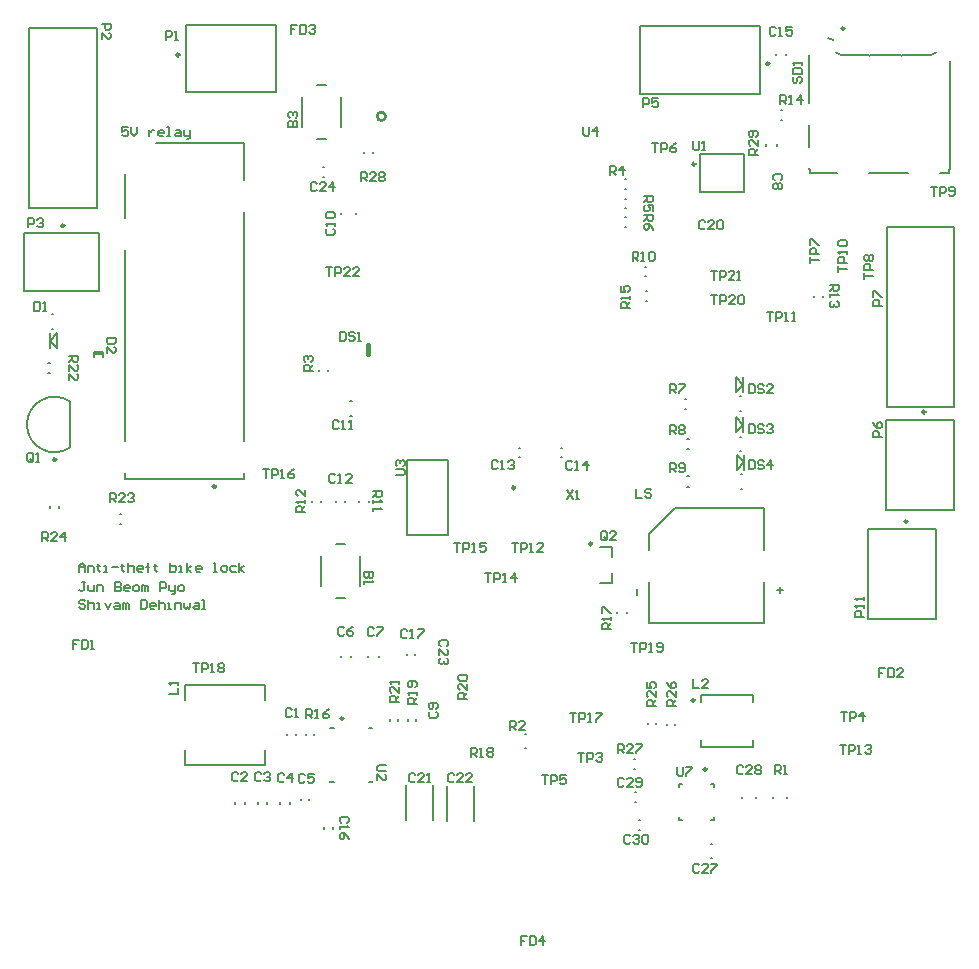
<source format=gto>
G04*
G04 #@! TF.GenerationSoftware,Altium Limited,Altium Designer,21.1.1 (26)*
G04*
G04 Layer_Color=65535*
%FSLAX25Y25*%
%MOIN*%
G70*
G04*
G04 #@! TF.SameCoordinates,F0776300-378F-46C5-BA81-3E012C389C30*
G04*
G04*
G04 #@! TF.FilePolarity,Positive*
G04*
G01*
G75*
%ADD10C,0.00984*%
%ADD11C,0.01000*%
%ADD12C,0.00787*%
%ADD13C,0.00500*%
%ADD14C,0.01575*%
%ADD15C,0.00600*%
%ADD16C,0.00800*%
D10*
X191341Y-174790D02*
G03*
X191341Y-174790I-492J0D01*
G01*
X275438Y-2960D02*
G03*
X275438Y-2960I-492J0D01*
G01*
X302468Y-130858D02*
G03*
X302468Y-130858I-500J0D01*
G01*
X225787Y-48228D02*
G03*
X225787Y-48228I-492J0D01*
G01*
X165675Y-156106D02*
G03*
X165675Y-156106I-492J0D01*
G01*
X108515Y-233025D02*
G03*
X108515Y-233025I-492J0D01*
G01*
X296500Y-167333D02*
G03*
X296500Y-167333I-500J0D01*
G01*
X53799Y-11811D02*
G03*
X53799Y-11811I-500J0D01*
G01*
X250467Y-14750D02*
G03*
X250467Y-14750I-500J0D01*
G01*
X225492Y-226969D02*
G03*
X225492Y-226969I-492J0D01*
G01*
X65925Y-155709D02*
G03*
X65925Y-155709I-492J0D01*
G01*
X15453Y-68760D02*
G03*
X15453Y-68760I-492J0D01*
G01*
X12697Y-146653D02*
G03*
X12697Y-146653I-492J0D01*
G01*
X229535Y-249976D02*
G03*
X229535Y-249976I-492J0D01*
G01*
D11*
X122534Y-32323D02*
G03*
X122534Y-32323I-1409J0D01*
G01*
D12*
X283508Y-11818D02*
G03*
X283902Y-12212I394J0D01*
G01*
X294531D02*
G03*
X294925Y-11818I0J394D01*
G01*
X271697Y-6849D02*
G03*
X270340Y-6307I-1357J-1426D01*
G01*
X294138Y-11818D02*
G03*
X294531Y-12212I394J0D01*
G01*
X283902D02*
G03*
X284295Y-11818I0J394D01*
G01*
X272664Y-10979D02*
G03*
X274277Y-11818I1612J1129D01*
G01*
X304434D02*
G03*
X306006Y-11035I0J1969D01*
G01*
X17461Y-127426D02*
G03*
X17462Y-142652I-5257J-7614D01*
G01*
X34055Y-164764D02*
X34449D01*
X34055Y-168307D02*
X34449D01*
X10140Y-114370D02*
X10533D01*
X10140Y-117913D02*
X10533D01*
X13780Y-162695D02*
Y-162301D01*
X10630Y-162695D02*
Y-162301D01*
X249428Y-42067D02*
Y-41673D01*
X252972Y-42067D02*
Y-41673D01*
X118375Y-44469D02*
Y-44075D01*
X115225Y-44469D02*
Y-44075D01*
X199825Y-197863D02*
Y-197469D01*
X202975Y-197863D02*
Y-197469D01*
X197936Y-187782D02*
Y-184632D01*
X193999Y-187782D02*
X197936D01*
Y-179121D02*
Y-175971D01*
X193999D02*
X197936D01*
X11216Y-98327D02*
X11618D01*
X11216Y-103248D02*
X11618D01*
X10524Y-109646D02*
Y-104646D01*
Y-107146D02*
X13024Y-109646D01*
X10524Y-107146D02*
X13024Y-104646D01*
Y-109646D02*
Y-104646D01*
X284295Y-11818D02*
X294138D01*
X307171Y-51189D02*
X308233D01*
X264119D02*
Y-49929D01*
X263647D02*
X264119D01*
Y-51189D02*
X264848D01*
X283666D02*
X296540D01*
X310222D02*
Y-49929D01*
X310694D02*
Y-13787D01*
X308233Y-51189D02*
X310222D01*
X264848D02*
X273037D01*
X263647Y-49929D02*
Y-49614D01*
X294925Y-11818D02*
X304434D01*
X310222Y-49929D02*
X310694D01*
X274277Y-11818D02*
X283508D01*
X263647Y-42527D02*
Y-35047D01*
X263670Y-27960D02*
Y-12015D01*
X269887Y-6307D02*
X270340D01*
X101119Y-160962D02*
Y-160568D01*
X97970Y-160962D02*
Y-160568D01*
X168948Y-242966D02*
X169342D01*
X168948Y-238241D02*
X169342D01*
X95928Y-238503D02*
Y-238109D01*
X98684Y-238503D02*
Y-238109D01*
X92570Y-238438D02*
Y-238044D01*
X89814Y-238438D02*
Y-238044D01*
X55701Y-221914D02*
X82174D01*
Y-248386D02*
Y-243376D01*
Y-226924D02*
Y-221914D01*
X55701Y-248386D02*
X82174D01*
X55701D02*
Y-243376D01*
Y-226924D02*
Y-221914D01*
X223125Y-143291D02*
X223519D01*
X223125Y-139748D02*
X223519D01*
X289449Y-163425D02*
X311968D01*
Y-133425D01*
X289449D02*
X311968D01*
X289449Y-163425D02*
Y-133425D01*
X289587Y-129095D02*
Y-69095D01*
X312106D01*
X289587Y-129095D02*
X312106D01*
Y-69095D01*
X227461Y-57382D02*
Y-44980D01*
Y-57382D02*
X241831D01*
Y-44980D01*
X227461D02*
X241831D01*
X181034Y-142720D02*
X181428D01*
X181034Y-145870D02*
X181428D01*
X166876Y-145870D02*
X167270D01*
X166876Y-142720D02*
X167270D01*
X113718Y-160962D02*
Y-160568D01*
X116867Y-160962D02*
Y-160568D01*
X108993Y-160962D02*
Y-160568D01*
X105844Y-160962D02*
Y-160568D01*
X110770Y-132031D02*
X111164D01*
X110770Y-127110D02*
X111164D01*
X116770Y-212578D02*
Y-212185D01*
X120313Y-212578D02*
Y-212185D01*
X132442Y-211791D02*
Y-211397D01*
X129686Y-211791D02*
Y-211397D01*
X151854Y-267062D02*
Y-255621D01*
X142971Y-267062D02*
Y-255621D01*
X129972Y-233714D02*
Y-233320D01*
X132727Y-233714D02*
Y-233320D01*
X138362Y-266795D02*
Y-255353D01*
X129480Y-266795D02*
Y-255353D01*
X124066Y-233714D02*
Y-233320D01*
X126822Y-233714D02*
Y-233320D01*
X107592Y-212578D02*
Y-212185D01*
X111135Y-212578D02*
Y-212185D01*
X105012Y-269697D02*
Y-269303D01*
X101863Y-269697D02*
Y-269303D01*
X94259Y-260191D02*
Y-259797D01*
X97015Y-260191D02*
Y-259797D01*
X87371Y-261372D02*
Y-260978D01*
X90520Y-261372D02*
Y-260978D01*
X79962Y-261372D02*
Y-260978D01*
X83112Y-261372D02*
Y-260978D01*
X72410Y-261372D02*
Y-260978D01*
X75560Y-261372D02*
Y-260978D01*
X103987Y-236292D02*
Y-236076D01*
Y-254186D02*
Y-253970D01*
X116861Y-254186D02*
X118160D01*
X103987D02*
X105286D01*
X118160Y-236292D02*
Y-236076D01*
Y-254186D02*
Y-253970D01*
X116861Y-236076D02*
X118160D01*
X103987D02*
X105286D01*
X283480Y-199900D02*
Y-169900D01*
X306000D01*
Y-199900D02*
Y-169900D01*
X283480Y-199900D02*
X306000D01*
X202376Y-59842D02*
X202770D01*
X202376Y-62992D02*
X202770D01*
X202376Y-56421D02*
X202770D01*
X202376Y-53272D02*
X202770D01*
X85866Y-24331D02*
Y-1811D01*
X55866D02*
X85866D01*
X55866Y-24331D02*
Y-1811D01*
Y-24331D02*
X85866D01*
X207400Y-2230D02*
X247400D01*
Y-24750D02*
Y-2230D01*
X207400Y-24750D02*
X247400D01*
X207400D02*
Y-2230D01*
X254303Y-33375D02*
X254697D01*
X254303Y-30225D02*
X254697D01*
X256262Y-259557D02*
Y-259163D01*
X251538Y-259557D02*
Y-259163D01*
X246161Y-259646D02*
Y-259252D01*
X241240Y-259646D02*
Y-259252D01*
X244882Y-242520D02*
Y-240158D01*
X227559Y-242520D02*
Y-240158D01*
X244882Y-227559D02*
Y-225197D01*
X227559Y-227559D02*
Y-225197D01*
Y-242520D02*
X244882D01*
X227559Y-225197D02*
X244882D01*
X209855Y-234958D02*
Y-234564D01*
X212611Y-234958D02*
Y-234564D01*
X219042Y-235236D02*
Y-234842D01*
X216287Y-235236D02*
Y-234842D01*
X101553Y-49325D02*
X101947D01*
X101553Y-52475D02*
X101947D01*
X222383Y-129905D02*
X222776D01*
X222383Y-126362D02*
X222776D01*
X240686Y-130595D02*
X241087D01*
X240686Y-125673D02*
X241087D01*
X241780Y-124276D02*
Y-119276D01*
X239280D02*
X241780Y-121776D01*
X239280Y-124276D02*
X241780Y-121776D01*
X239280Y-124276D02*
Y-119276D01*
X240686Y-143980D02*
X241087D01*
X240686Y-139059D02*
X241087D01*
X241780Y-137661D02*
Y-132661D01*
X239280D02*
X241780Y-135161D01*
X239280Y-137661D02*
X241780Y-135161D01*
X239280Y-137661D02*
Y-132661D01*
X240999Y-156386D02*
X241401D01*
X240999Y-151465D02*
X241401D01*
X242094Y-150067D02*
Y-145067D01*
X239594D02*
X242094Y-147567D01*
X239594Y-150067D02*
X242094Y-147567D01*
X239594Y-150067D02*
Y-145067D01*
X223125Y-152154D02*
X223519D01*
X223125Y-155697D02*
X223519D01*
X35630Y-153347D02*
Y-151279D01*
Y-140453D02*
Y-76870D01*
Y-66043D02*
Y-51673D01*
X46043Y-41142D02*
X75394D01*
Y-153347D02*
Y-151279D01*
Y-140453D02*
Y-64272D01*
Y-53445D02*
Y-41142D01*
X35630Y-153347D02*
X75394D01*
X103475Y-117097D02*
Y-116703D01*
X100325Y-117097D02*
Y-116703D01*
X255975Y-11797D02*
Y-11403D01*
X252825Y-11797D02*
Y-11403D01*
X202376Y-65983D02*
X202770D01*
X202376Y-69133D02*
X202770D01*
X268475Y-92597D02*
Y-92203D01*
X265325Y-92597D02*
Y-92203D01*
X208858Y-82520D02*
X209252D01*
X208858Y-85669D02*
X209252D01*
X209403Y-90625D02*
X209797D01*
X209403Y-93775D02*
X209797D01*
X26280Y-62874D02*
Y-2874D01*
X3760Y-62874D02*
X26280D01*
X3760Y-2874D02*
X26280D01*
X3760Y-62874D02*
Y-2874D01*
X2161Y-90531D02*
X27161D01*
X2161D02*
Y-71122D01*
X27161D01*
Y-90531D02*
Y-71122D01*
X28272Y-112543D02*
Y-110827D01*
X25272D02*
X28272D01*
X25272Y-111614D02*
X28272D01*
X25272Y-112543D02*
Y-110827D01*
X17461Y-142652D02*
Y-127427D01*
X205315Y-249803D02*
X205709D01*
X205315Y-246654D02*
X205709D01*
X230906Y-274705D02*
X231299D01*
X230906Y-279626D02*
X231299D01*
X231012Y-254921D02*
X231996D01*
Y-255906D02*
Y-254921D01*
X220185D02*
X221169D01*
X220185Y-255906D02*
Y-254921D01*
X231012Y-266732D02*
X231996D01*
Y-265748D01*
X220185Y-266732D02*
X221169D01*
X220185D02*
Y-265748D01*
X205709Y-260731D02*
X206102D01*
X205709Y-257582D02*
X206102D01*
X206890Y-270079D02*
X207283D01*
X206890Y-266929D02*
X207283D01*
X107776Y-64764D02*
Y-64370D01*
X112697Y-64764D02*
Y-64370D01*
D13*
X248594Y-176785D02*
Y-163005D01*
X219067D02*
X248594D01*
X210405Y-171667D02*
X219067Y-163005D01*
X210405Y-176785D02*
Y-171667D01*
Y-201195D02*
Y-187415D01*
Y-201195D02*
X248594D01*
Y-187376D01*
X22399Y-187602D02*
X21400D01*
X21900D01*
Y-190102D01*
X21400Y-190602D01*
X20900D01*
X20400Y-190102D01*
X23399Y-188602D02*
Y-190102D01*
X23899Y-190602D01*
X25398D01*
Y-188602D01*
X26398Y-190602D02*
Y-188602D01*
X27898D01*
X28397Y-189102D01*
Y-190602D01*
X32396Y-187602D02*
Y-190602D01*
X33896D01*
X34396Y-190102D01*
Y-189602D01*
X33896Y-189102D01*
X32396D01*
X33896D01*
X34396Y-188602D01*
Y-188102D01*
X33896Y-187602D01*
X32396D01*
X36895Y-190602D02*
X35895D01*
X35395Y-190102D01*
Y-189102D01*
X35895Y-188602D01*
X36895D01*
X37394Y-189102D01*
Y-189602D01*
X35395D01*
X38894Y-190602D02*
X39894D01*
X40393Y-190102D01*
Y-189102D01*
X39894Y-188602D01*
X38894D01*
X38394Y-189102D01*
Y-190102D01*
X38894Y-190602D01*
X41393D02*
Y-188602D01*
X41893D01*
X42393Y-189102D01*
Y-190602D01*
Y-189102D01*
X42893Y-188602D01*
X43393Y-189102D01*
Y-190602D01*
X47391D02*
Y-187602D01*
X48891D01*
X49391Y-188102D01*
Y-189102D01*
X48891Y-189602D01*
X47391D01*
X50390Y-188602D02*
Y-190102D01*
X50890Y-190602D01*
X52390D01*
Y-191101D01*
X51890Y-191601D01*
X51390D01*
X52390Y-190602D02*
Y-188602D01*
X53889Y-190602D02*
X54889D01*
X55389Y-190102D01*
Y-189102D01*
X54889Y-188602D01*
X53889D01*
X53389Y-189102D01*
Y-190102D01*
X53889Y-190602D01*
X22399Y-193901D02*
X21900Y-193401D01*
X20900D01*
X20400Y-193901D01*
Y-194401D01*
X20900Y-194901D01*
X21900D01*
X22399Y-195400D01*
Y-195900D01*
X21900Y-196400D01*
X20900D01*
X20400Y-195900D01*
X23399Y-193401D02*
Y-196400D01*
Y-194901D01*
X23899Y-194401D01*
X24899D01*
X25398Y-194901D01*
Y-196400D01*
X26398D02*
X27398D01*
X26898D01*
Y-194401D01*
X26398D01*
X28897D02*
X29897Y-196400D01*
X30897Y-194401D01*
X32396D02*
X33396D01*
X33896Y-194901D01*
Y-196400D01*
X32396D01*
X31896Y-195900D01*
X32396Y-195400D01*
X33896D01*
X34895Y-196400D02*
Y-194401D01*
X35395D01*
X35895Y-194901D01*
Y-196400D01*
Y-194901D01*
X36395Y-194401D01*
X36895Y-194901D01*
Y-196400D01*
X40893Y-193401D02*
Y-196400D01*
X42393D01*
X42893Y-195900D01*
Y-193901D01*
X42393Y-193401D01*
X40893D01*
X45392Y-196400D02*
X44392D01*
X43892Y-195900D01*
Y-194901D01*
X44392Y-194401D01*
X45392D01*
X45892Y-194901D01*
Y-195400D01*
X43892D01*
X46891Y-193401D02*
Y-196400D01*
Y-194901D01*
X47391Y-194401D01*
X48391D01*
X48891Y-194901D01*
Y-196400D01*
X49891D02*
X50890D01*
X50390D01*
Y-194401D01*
X49891D01*
X52390Y-196400D02*
Y-194401D01*
X53889D01*
X54389Y-194901D01*
Y-196400D01*
X55389Y-194401D02*
Y-195900D01*
X55888Y-196400D01*
X56388Y-195900D01*
X56888Y-196400D01*
X57388Y-195900D01*
Y-194401D01*
X58887D02*
X59887D01*
X60387Y-194901D01*
Y-196400D01*
X58887D01*
X58388Y-195900D01*
X58887Y-195400D01*
X60387D01*
X61387Y-196400D02*
X62386D01*
X61887D01*
Y-193401D01*
X61387D01*
X253834Y-189187D02*
Y-191186D01*
X254834Y-190186D02*
X252835D01*
X206196Y-189974D02*
Y-191973D01*
X20288Y-184100D02*
Y-182101D01*
X21287Y-181101D01*
X22287Y-182101D01*
Y-184100D01*
Y-182600D01*
X20288D01*
X23287Y-184100D02*
Y-182101D01*
X24786D01*
X25286Y-182600D01*
Y-184100D01*
X26786Y-181601D02*
Y-182101D01*
X26286D01*
X27286D01*
X26786D01*
Y-183600D01*
X27286Y-184100D01*
X28785D02*
X29785D01*
X29285D01*
Y-182101D01*
X28785D01*
X31284Y-182600D02*
X33283D01*
X34783Y-181601D02*
Y-182101D01*
X34283D01*
X35283D01*
X34783D01*
Y-183600D01*
X35283Y-184100D01*
X36782Y-181101D02*
Y-184100D01*
Y-182600D01*
X37282Y-182101D01*
X38282D01*
X38782Y-182600D01*
Y-184100D01*
X41281D02*
X40281D01*
X39781Y-183600D01*
Y-182600D01*
X40281Y-182101D01*
X41281D01*
X41781Y-182600D01*
Y-183100D01*
X39781D01*
X43280Y-184100D02*
Y-181601D01*
Y-182600D01*
X42780D01*
X43780D01*
X43280D01*
Y-181601D01*
X43780Y-181101D01*
X45779Y-181601D02*
Y-182101D01*
X45280D01*
X46279D01*
X45779D01*
Y-183600D01*
X46279Y-184100D01*
X50778Y-181101D02*
Y-184100D01*
X52277D01*
X52777Y-183600D01*
Y-183100D01*
Y-182600D01*
X52277Y-182101D01*
X50778D01*
X53777Y-184100D02*
X54777D01*
X54277D01*
Y-182101D01*
X53777D01*
X56276Y-184100D02*
Y-181101D01*
Y-183100D02*
X57776Y-182101D01*
X56276Y-183100D02*
X57776Y-184100D01*
X60775D02*
X59775D01*
X59275Y-183600D01*
Y-182600D01*
X59775Y-182101D01*
X60775D01*
X61274Y-182600D01*
Y-183100D01*
X59275D01*
X65273Y-184100D02*
X66273D01*
X65773D01*
Y-181101D01*
X65273D01*
X68272Y-184100D02*
X69272D01*
X69772Y-183600D01*
Y-182600D01*
X69272Y-182101D01*
X68272D01*
X67772Y-182600D01*
Y-183600D01*
X68272Y-184100D01*
X72771Y-182101D02*
X71271D01*
X70771Y-182600D01*
Y-183600D01*
X71271Y-184100D01*
X72771D01*
X73770D02*
Y-181101D01*
Y-183100D02*
X75270Y-182101D01*
X73770Y-183100D02*
X75270Y-184100D01*
X95759Y-164317D02*
X92760D01*
Y-162817D01*
X93260Y-162318D01*
X94259D01*
X94759Y-162817D01*
Y-164317D01*
Y-163317D02*
X95759Y-162318D01*
Y-161318D02*
Y-160318D01*
Y-160818D01*
X92760D01*
X93260Y-161318D01*
X95759Y-156819D02*
Y-158819D01*
X93760Y-156819D01*
X93260D01*
X92760Y-157319D01*
Y-158319D01*
X93260Y-158819D01*
X282100Y-199049D02*
X279100D01*
Y-197549D01*
X279600Y-197050D01*
X280600D01*
X281100Y-197549D01*
Y-199049D01*
X282100Y-196050D02*
Y-195050D01*
Y-195550D01*
X279100D01*
X279600Y-196050D01*
X282100Y-193551D02*
Y-192551D01*
Y-193051D01*
X279100D01*
X279600Y-193551D01*
X246520Y-45099D02*
X243521D01*
Y-43599D01*
X244021Y-43099D01*
X245021D01*
X245520Y-43599D01*
Y-45099D01*
Y-44099D02*
X246520Y-43099D01*
Y-40100D02*
Y-42100D01*
X244521Y-40100D01*
X244021D01*
X243521Y-40600D01*
Y-41600D01*
X244021Y-42100D01*
X246020Y-39101D02*
X246520Y-38601D01*
Y-37601D01*
X246020Y-37101D01*
X244021D01*
X243521Y-37601D01*
Y-38601D01*
X244021Y-39101D01*
X244521D01*
X245021Y-38601D01*
Y-37101D01*
X114289Y-53974D02*
Y-50975D01*
X115789D01*
X116289Y-51475D01*
Y-52475D01*
X115789Y-52975D01*
X114289D01*
X115289D02*
X116289Y-53974D01*
X119288D02*
X117288D01*
X119288Y-51975D01*
Y-51475D01*
X118788Y-50975D01*
X117788D01*
X117288Y-51475D01*
X120288D02*
X120787Y-50975D01*
X121787D01*
X122287Y-51475D01*
Y-51975D01*
X121787Y-52475D01*
X122287Y-52975D01*
Y-53474D01*
X121787Y-53974D01*
X120787D01*
X120288Y-53474D01*
Y-52975D01*
X120787Y-52475D01*
X120288Y-51975D01*
Y-51475D01*
X120787Y-52475D02*
X121787D01*
X99601Y-54800D02*
X99101Y-54300D01*
X98101D01*
X97601Y-54800D01*
Y-56800D01*
X98101Y-57300D01*
X99101D01*
X99601Y-56800D01*
X102600Y-57300D02*
X100600D01*
X102600Y-55300D01*
Y-54800D01*
X102100Y-54300D01*
X101100D01*
X100600Y-54800D01*
X105099Y-57300D02*
Y-54300D01*
X103599Y-55800D01*
X105599D01*
X90101Y-35850D02*
X93099D01*
Y-34350D01*
X92600Y-33850D01*
X92100D01*
X91600Y-34350D01*
Y-35850D01*
Y-34350D01*
X91100Y-33850D01*
X90600D01*
X90101Y-34350D01*
Y-35850D01*
X90600Y-32851D02*
X90101Y-32351D01*
Y-31351D01*
X90600Y-30851D01*
X91100D01*
X91600Y-31351D01*
Y-31851D01*
Y-31351D01*
X92100Y-30851D01*
X92600D01*
X93099Y-31351D01*
Y-32351D01*
X92600Y-32851D01*
X197800Y-203349D02*
X194800D01*
Y-201849D01*
X195300Y-201349D01*
X196300D01*
X196800Y-201849D01*
Y-203349D01*
Y-202349D02*
X197800Y-201349D01*
Y-200350D02*
Y-199350D01*
Y-199850D01*
X194800D01*
X195300Y-200350D01*
X194800Y-197851D02*
Y-195851D01*
X195300D01*
X197300Y-197851D01*
X197800D01*
X196200Y-173100D02*
Y-171100D01*
X195700Y-170600D01*
X194701D01*
X194201Y-171100D01*
Y-173100D01*
X194701Y-173600D01*
X195700D01*
X195201Y-172600D02*
X196200Y-173600D01*
X195700D02*
X196200Y-173100D01*
X199199Y-173600D02*
X197200D01*
X199199Y-171600D01*
Y-171100D01*
X198699Y-170600D01*
X197700D01*
X197200Y-171100D01*
X217280Y-150880D02*
Y-147881D01*
X218779D01*
X219279Y-148381D01*
Y-149380D01*
X218779Y-149880D01*
X217280D01*
X218279D02*
X219279Y-150880D01*
X220279Y-150380D02*
X220778Y-150880D01*
X221778D01*
X222278Y-150380D01*
Y-148381D01*
X221778Y-147881D01*
X220778D01*
X220279Y-148381D01*
Y-148881D01*
X220778Y-149380D01*
X222278D01*
X217280Y-138200D02*
Y-135202D01*
X218779D01*
X219279Y-135701D01*
Y-136701D01*
X218779Y-137201D01*
X217280D01*
X218279D02*
X219279Y-138200D01*
X220279Y-135701D02*
X220778Y-135202D01*
X221778D01*
X222278Y-135701D01*
Y-136201D01*
X221778Y-136701D01*
X222278Y-137201D01*
Y-137701D01*
X221778Y-138200D01*
X220778D01*
X220279Y-137701D01*
Y-137201D01*
X220778Y-136701D01*
X220279Y-136201D01*
Y-135701D01*
X220778Y-136701D02*
X221778D01*
X208459Y-29199D02*
Y-26201D01*
X209958D01*
X210458Y-26700D01*
Y-27700D01*
X209958Y-28200D01*
X208459D01*
X213457Y-26201D02*
X211458D01*
Y-27700D01*
X212458Y-27200D01*
X212957D01*
X213457Y-27700D01*
Y-28700D01*
X212957Y-29199D01*
X211958D01*
X211458Y-28700D01*
X5481Y-94170D02*
Y-97169D01*
X6981D01*
X7480Y-96669D01*
Y-94670D01*
X6981Y-94170D01*
X5481D01*
X8480Y-97169D02*
X9480D01*
X8980D01*
Y-94170D01*
X8480Y-94670D01*
X3406Y-69334D02*
Y-66335D01*
X4906D01*
X5406Y-66835D01*
Y-67835D01*
X4906Y-68335D01*
X3406D01*
X6405Y-66835D02*
X6905Y-66335D01*
X7905D01*
X8405Y-66835D01*
Y-67335D01*
X7905Y-67835D01*
X7405D01*
X7905D01*
X8405Y-68335D01*
Y-68834D01*
X7905Y-69334D01*
X6905D01*
X6405Y-68834D01*
X243501Y-146926D02*
Y-149925D01*
X245001D01*
X245501Y-149425D01*
Y-147425D01*
X245001Y-146926D01*
X243501D01*
X248500Y-147425D02*
X248000Y-146926D01*
X247000D01*
X246500Y-147425D01*
Y-147925D01*
X247000Y-148425D01*
X248000D01*
X248500Y-148925D01*
Y-149425D01*
X248000Y-149925D01*
X247000D01*
X246500Y-149425D01*
X250999Y-149925D02*
Y-146926D01*
X249499Y-148425D01*
X251499D01*
X243501Y-134877D02*
Y-137876D01*
X245001D01*
X245501Y-137376D01*
Y-135377D01*
X245001Y-134877D01*
X243501D01*
X248500Y-135377D02*
X248000Y-134877D01*
X247000D01*
X246500Y-135377D01*
Y-135876D01*
X247000Y-136376D01*
X248000D01*
X248500Y-136876D01*
Y-137376D01*
X248000Y-137876D01*
X247000D01*
X246500Y-137376D01*
X249499Y-135377D02*
X249999Y-134877D01*
X250999D01*
X251499Y-135377D01*
Y-135876D01*
X250999Y-136376D01*
X250499D01*
X250999D01*
X251499Y-136876D01*
Y-137376D01*
X250999Y-137876D01*
X249999D01*
X249499Y-137376D01*
X243501Y-121615D02*
Y-124614D01*
X245001D01*
X245501Y-124114D01*
Y-122115D01*
X245001Y-121615D01*
X243501D01*
X248500Y-122115D02*
X248000Y-121615D01*
X247000D01*
X246500Y-122115D01*
Y-122614D01*
X247000Y-123114D01*
X248000D01*
X248500Y-123614D01*
Y-124114D01*
X248000Y-124614D01*
X247000D01*
X246500Y-124114D01*
X251499Y-124614D02*
X249499D01*
X251499Y-122614D01*
Y-122115D01*
X250999Y-121615D01*
X249999D01*
X249499Y-122115D01*
X32602Y-106162D02*
X29603D01*
Y-107662D01*
X30103Y-108162D01*
X32102D01*
X32602Y-107662D01*
Y-106162D01*
X29603Y-111161D02*
Y-109161D01*
X31602Y-111161D01*
X32102D01*
X32602Y-110661D01*
Y-109661D01*
X32102Y-109161D01*
X188483Y-35800D02*
Y-38300D01*
X188983Y-38800D01*
X189982D01*
X190482Y-38300D01*
Y-35800D01*
X192982Y-38800D02*
Y-35800D01*
X191482Y-37300D01*
X193481D01*
X5027Y-146866D02*
Y-144867D01*
X4527Y-144367D01*
X3528D01*
X3028Y-144867D01*
Y-146866D01*
X3528Y-147366D01*
X4527D01*
X4027Y-146366D02*
X5027Y-147366D01*
X4527D02*
X5027Y-146866D01*
X6027Y-147366D02*
X7026D01*
X6526D01*
Y-144367D01*
X6027Y-144867D01*
X49301Y-6700D02*
Y-3700D01*
X50800D01*
X51300Y-4200D01*
Y-5200D01*
X50800Y-5700D01*
X49301D01*
X52300Y-6700D02*
X53299D01*
X52799D01*
Y-3700D01*
X52300Y-4200D01*
X36796Y-35875D02*
X34797D01*
Y-37374D01*
X35797Y-36874D01*
X36296D01*
X36796Y-37374D01*
Y-38374D01*
X36296Y-38874D01*
X35297D01*
X34797Y-38374D01*
X37796Y-35875D02*
Y-37874D01*
X38796Y-38874D01*
X39795Y-37874D01*
Y-35875D01*
X43794Y-36874D02*
Y-38874D01*
Y-37874D01*
X44294Y-37374D01*
X44794Y-36874D01*
X45294D01*
X48293Y-38874D02*
X47293D01*
X46793Y-38374D01*
Y-37374D01*
X47293Y-36874D01*
X48293D01*
X48792Y-37374D01*
Y-37874D01*
X46793D01*
X49792Y-38874D02*
X50792D01*
X50292D01*
Y-35875D01*
X49792D01*
X52791Y-36874D02*
X53791D01*
X54291Y-37374D01*
Y-38874D01*
X52791D01*
X52291Y-38374D01*
X52791Y-37874D01*
X54291D01*
X55290Y-36874D02*
Y-38374D01*
X55790Y-38874D01*
X57290D01*
Y-39373D01*
X56790Y-39873D01*
X56290D01*
X57290Y-38874D02*
Y-36874D01*
X17004Y-112143D02*
X20004D01*
Y-113643D01*
X19504Y-114142D01*
X18504D01*
X18004Y-113643D01*
Y-112143D01*
Y-113143D02*
X17004Y-114142D01*
Y-117141D02*
Y-115142D01*
X19004Y-117141D01*
X19504D01*
X20004Y-116642D01*
Y-115642D01*
X19504Y-115142D01*
X17004Y-120140D02*
Y-118141D01*
X19004Y-120140D01*
X19504D01*
X20004Y-119641D01*
Y-118641D01*
X19504Y-118141D01*
X217201Y-124614D02*
Y-121615D01*
X218700D01*
X219200Y-122115D01*
Y-123114D01*
X218700Y-123614D01*
X217201D01*
X218200D02*
X219200Y-124614D01*
X220200Y-121615D02*
X222199D01*
Y-122115D01*
X220200Y-124114D01*
Y-124614D01*
X98264Y-117106D02*
X95265D01*
Y-115606D01*
X95765Y-115106D01*
X96765D01*
X97264Y-115606D01*
Y-117106D01*
Y-116106D02*
X98264Y-115106D01*
X95765Y-114107D02*
X95265Y-113607D01*
Y-112607D01*
X95765Y-112108D01*
X96265D01*
X96765Y-112607D01*
Y-113107D01*
Y-112607D01*
X97264Y-112108D01*
X97764D01*
X98264Y-112607D01*
Y-113607D01*
X97764Y-114107D01*
X8001Y-174000D02*
Y-171001D01*
X9501D01*
X10001Y-171500D01*
Y-172500D01*
X9501Y-173000D01*
X8001D01*
X9001D02*
X10001Y-174000D01*
X13000D02*
X11000D01*
X13000Y-172000D01*
Y-171500D01*
X12500Y-171001D01*
X11500D01*
X11000Y-171500D01*
X15499Y-174000D02*
Y-171001D01*
X13999Y-172500D01*
X15999D01*
X30501Y-160880D02*
Y-157881D01*
X32001D01*
X32501Y-158381D01*
Y-159380D01*
X32001Y-159880D01*
X30501D01*
X31501D02*
X32501Y-160880D01*
X35500D02*
X33500D01*
X35500Y-158880D01*
Y-158381D01*
X35000Y-157881D01*
X34000D01*
X33500Y-158381D01*
X36499D02*
X36999Y-157881D01*
X37999D01*
X38499Y-158381D01*
Y-158880D01*
X37999Y-159380D01*
X37499D01*
X37999D01*
X38499Y-159880D01*
Y-160380D01*
X37999Y-160880D01*
X36999D01*
X36499Y-160380D01*
X225101Y-40600D02*
Y-43100D01*
X225601Y-43600D01*
X226600D01*
X227100Y-43100D01*
Y-40600D01*
X228100Y-43600D02*
X229099D01*
X228600D01*
Y-40600D01*
X228100Y-41100D01*
X203876Y-96346D02*
X200877D01*
Y-94846D01*
X201377Y-94346D01*
X202376D01*
X202876Y-94846D01*
Y-96346D01*
Y-95346D02*
X203876Y-94346D01*
Y-93347D02*
Y-92347D01*
Y-92847D01*
X200877D01*
X201377Y-93347D01*
X200877Y-88848D02*
Y-90847D01*
X202376D01*
X201877Y-89848D01*
Y-89348D01*
X202376Y-88848D01*
X203376D01*
X203876Y-89348D01*
Y-90348D01*
X203376Y-90847D01*
X204831Y-80382D02*
Y-77383D01*
X206330D01*
X206830Y-77883D01*
Y-78882D01*
X206330Y-79382D01*
X204831D01*
X205830D02*
X206830Y-80382D01*
X207830D02*
X208829D01*
X208330D01*
Y-77383D01*
X207830Y-77883D01*
X210329D02*
X210829Y-77383D01*
X211828D01*
X212328Y-77883D01*
Y-79882D01*
X211828Y-80382D01*
X210829D01*
X210329Y-79882D01*
Y-77883D01*
X229001Y-67500D02*
X228501Y-67001D01*
X227501D01*
X227001Y-67500D01*
Y-69500D01*
X227501Y-69999D01*
X228501D01*
X229001Y-69500D01*
X232000Y-69999D02*
X230000D01*
X232000Y-68000D01*
Y-67500D01*
X231500Y-67001D01*
X230500D01*
X230000Y-67500D01*
X232999D02*
X233499Y-67001D01*
X234499D01*
X234999Y-67500D01*
Y-69500D01*
X234499Y-69999D01*
X233499D01*
X232999Y-69500D01*
Y-67500D01*
X254219Y-53634D02*
X254719Y-53134D01*
Y-52135D01*
X254219Y-51635D01*
X252220D01*
X251720Y-52135D01*
Y-53134D01*
X252220Y-53634D01*
X254219Y-54634D02*
X254719Y-55133D01*
Y-56133D01*
X254219Y-56633D01*
X253719D01*
X253220Y-56133D01*
X252720Y-56633D01*
X252220D01*
X251720Y-56133D01*
Y-55133D01*
X252220Y-54634D01*
X252720D01*
X253220Y-55133D01*
X253719Y-54634D01*
X254219D01*
X253220Y-55133D02*
Y-56133D01*
X211412Y-41300D02*
X213411D01*
X212412D01*
Y-44299D01*
X214411D02*
Y-41300D01*
X215911D01*
X216410Y-41800D01*
Y-42799D01*
X215911Y-43299D01*
X214411D01*
X219409Y-41300D02*
X218410Y-41800D01*
X217410Y-42799D01*
Y-43799D01*
X217910Y-44299D01*
X218910D01*
X219409Y-43799D01*
Y-43299D01*
X218910Y-42799D01*
X217410D01*
X254125Y-28299D02*
Y-25300D01*
X255625D01*
X256124Y-25800D01*
Y-26800D01*
X255625Y-27300D01*
X254125D01*
X255125D02*
X256124Y-28299D01*
X257124D02*
X258124D01*
X257624D01*
Y-25300D01*
X257124Y-25800D01*
X261123Y-28299D02*
Y-25300D01*
X259623Y-26800D01*
X261623D01*
X270601Y-88451D02*
X273600D01*
Y-89951D01*
X273100Y-90451D01*
X272100D01*
X271600Y-89951D01*
Y-88451D01*
Y-89451D02*
X270601Y-90451D01*
Y-91450D02*
Y-92450D01*
Y-91950D01*
X273600D01*
X273100Y-91450D01*
Y-93949D02*
X273600Y-94449D01*
Y-95449D01*
X273100Y-95949D01*
X272600D01*
X272100Y-95449D01*
Y-94949D01*
Y-95449D01*
X271600Y-95949D01*
X271100D01*
X270601Y-95449D01*
Y-94449D01*
X271100Y-93949D01*
X252554Y-3000D02*
X252054Y-2500D01*
X251054D01*
X250554Y-3000D01*
Y-4999D01*
X251054Y-5499D01*
X252054D01*
X252554Y-4999D01*
X253553Y-5499D02*
X254553D01*
X254053D01*
Y-2500D01*
X253553Y-3000D01*
X258052Y-2500D02*
X256053D01*
Y-3999D01*
X257052Y-3500D01*
X257552D01*
X258052Y-3999D01*
Y-4999D01*
X257552Y-5499D01*
X256552D01*
X256053Y-4999D01*
X258700Y-19099D02*
X258201Y-19599D01*
Y-20599D01*
X258700Y-21099D01*
X259200D01*
X259700Y-20599D01*
Y-19599D01*
X260200Y-19099D01*
X260700D01*
X261199Y-19599D01*
Y-20599D01*
X260700Y-21099D01*
X258201Y-18100D02*
X261199D01*
Y-16600D01*
X260700Y-16101D01*
X258700D01*
X258201Y-16600D01*
Y-18100D01*
X261199Y-15101D02*
Y-14101D01*
Y-14601D01*
X258201D01*
X258700Y-15101D01*
X27900Y-1501D02*
X30900D01*
Y-3000D01*
X30400Y-3500D01*
X29400D01*
X28900Y-3000D01*
Y-1501D01*
X27900Y-6499D02*
Y-4500D01*
X29900Y-6499D01*
X30400D01*
X30900Y-5999D01*
Y-5000D01*
X30400Y-4500D01*
X206080Y-156401D02*
Y-159400D01*
X208080D01*
X211079Y-156901D02*
X210579Y-156401D01*
X209579D01*
X209079Y-156901D01*
Y-157401D01*
X209579Y-157901D01*
X210579D01*
X211079Y-158400D01*
Y-158900D01*
X210579Y-159400D01*
X209579D01*
X209079Y-158900D01*
X122664Y-248672D02*
X120165D01*
X119665Y-249172D01*
Y-250172D01*
X120165Y-250672D01*
X122664D01*
X119665Y-253671D02*
Y-251671D01*
X121664Y-253671D01*
X122164D01*
X122664Y-253171D01*
Y-252171D01*
X122164Y-251671D01*
X126937Y-227449D02*
X123938D01*
Y-225949D01*
X124438Y-225449D01*
X125437D01*
X125937Y-225949D01*
Y-227449D01*
Y-226449D02*
X126937Y-225449D01*
Y-222450D02*
Y-224450D01*
X124937Y-222450D01*
X124438D01*
X123938Y-222950D01*
Y-223950D01*
X124438Y-224450D01*
X126937Y-221451D02*
Y-220451D01*
Y-220951D01*
X123938D01*
X124438Y-221451D01*
X149699Y-226492D02*
X146701D01*
Y-224992D01*
X147200Y-224493D01*
X148200D01*
X148700Y-224992D01*
Y-226492D01*
Y-225492D02*
X149699Y-224493D01*
Y-221494D02*
Y-223493D01*
X147700Y-221494D01*
X147200D01*
X146701Y-221993D01*
Y-222993D01*
X147200Y-223493D01*
Y-220494D02*
X146701Y-219994D01*
Y-218994D01*
X147200Y-218495D01*
X149200D01*
X149699Y-218994D01*
Y-219994D01*
X149200Y-220494D01*
X147200D01*
X132849Y-228112D02*
X129850D01*
Y-226613D01*
X130350Y-226113D01*
X131349D01*
X131849Y-226613D01*
Y-228112D01*
Y-227112D02*
X132849Y-226113D01*
Y-225113D02*
Y-224113D01*
Y-224613D01*
X129850D01*
X130350Y-225113D01*
X132349Y-222614D02*
X132849Y-222114D01*
Y-221114D01*
X132349Y-220615D01*
X130350D01*
X129850Y-221114D01*
Y-222114D01*
X130350Y-222614D01*
X130850D01*
X131349Y-222114D01*
Y-220615D01*
X150899Y-245759D02*
Y-242760D01*
X152399D01*
X152898Y-243260D01*
Y-244260D01*
X152399Y-244760D01*
X150899D01*
X151899D02*
X152898Y-245759D01*
X153898D02*
X154898D01*
X154398D01*
Y-242760D01*
X153898Y-243260D01*
X156397D02*
X156897Y-242760D01*
X157897D01*
X158397Y-243260D01*
Y-243760D01*
X157897Y-244260D01*
X158397Y-244760D01*
Y-245259D01*
X157897Y-245759D01*
X156897D01*
X156397Y-245259D01*
Y-244760D01*
X156897Y-244260D01*
X156397Y-243760D01*
Y-243260D01*
X156897Y-244260D02*
X157897D01*
X96095Y-232900D02*
Y-229901D01*
X97595D01*
X98094Y-230401D01*
Y-231400D01*
X97595Y-231900D01*
X96095D01*
X97095D02*
X98094Y-232900D01*
X99094D02*
X100094D01*
X99594D01*
Y-229901D01*
X99094Y-230401D01*
X103593Y-229901D02*
X102593Y-230401D01*
X101593Y-231400D01*
Y-232400D01*
X102093Y-232900D01*
X103093D01*
X103593Y-232400D01*
Y-231900D01*
X103093Y-231400D01*
X101593D01*
X252201Y-251500D02*
Y-248500D01*
X253700D01*
X254200Y-249000D01*
Y-250000D01*
X253700Y-250500D01*
X252201D01*
X253200D02*
X254200Y-251500D01*
X255200D02*
X256199D01*
X255699D01*
Y-248500D01*
X255200Y-249000D01*
X142900Y-209017D02*
X143400Y-208517D01*
Y-207517D01*
X142900Y-207017D01*
X140900D01*
X140401Y-207517D01*
Y-208517D01*
X140900Y-209017D01*
X140401Y-212016D02*
Y-210016D01*
X142400Y-212016D01*
X142900D01*
X143400Y-211516D01*
Y-210516D01*
X142900Y-210016D01*
Y-213016D02*
X143400Y-213515D01*
Y-214515D01*
X142900Y-215015D01*
X142400D01*
X141900Y-214515D01*
Y-214015D01*
Y-214515D01*
X141400Y-215015D01*
X140900D01*
X140401Y-214515D01*
Y-213515D01*
X140900Y-213016D01*
X129708Y-203731D02*
X129209Y-203231D01*
X128209D01*
X127709Y-203731D01*
Y-205730D01*
X128209Y-206230D01*
X129209D01*
X129708Y-205730D01*
X130708Y-206230D02*
X131708D01*
X131208D01*
Y-203231D01*
X130708Y-203731D01*
X133207Y-203231D02*
X135206D01*
Y-203731D01*
X133207Y-205730D01*
Y-206230D01*
X109700Y-267751D02*
X110199Y-267251D01*
Y-266251D01*
X109700Y-265751D01*
X107700D01*
X107201Y-266251D01*
Y-267251D01*
X107700Y-267751D01*
X107201Y-268750D02*
Y-269750D01*
Y-269250D01*
X110199D01*
X109700Y-268750D01*
X110199Y-273249D02*
X109700Y-272249D01*
X108700Y-271249D01*
X107700D01*
X107201Y-271749D01*
Y-272749D01*
X107700Y-273249D01*
X108200D01*
X108700Y-272749D01*
Y-271249D01*
X137436Y-230795D02*
X136936Y-231295D01*
Y-232295D01*
X137436Y-232795D01*
X139436D01*
X139936Y-232295D01*
Y-231295D01*
X139436Y-230795D01*
Y-229796D02*
X139936Y-229296D01*
Y-228296D01*
X139436Y-227796D01*
X137436D01*
X136936Y-228296D01*
Y-229296D01*
X137436Y-229796D01*
X137936D01*
X138436Y-229296D01*
Y-227796D01*
X95500Y-251900D02*
X95000Y-251400D01*
X94001D01*
X93501Y-251900D01*
Y-253900D01*
X94001Y-254399D01*
X95000D01*
X95500Y-253900D01*
X98499Y-251400D02*
X96500D01*
Y-252900D01*
X97500Y-252400D01*
X97999D01*
X98499Y-252900D01*
Y-253900D01*
X97999Y-254399D01*
X97000D01*
X96500Y-253900D01*
X88700Y-251700D02*
X88200Y-251201D01*
X87201D01*
X86701Y-251700D01*
Y-253700D01*
X87201Y-254200D01*
X88200D01*
X88700Y-253700D01*
X91199Y-254200D02*
Y-251201D01*
X89700Y-252700D01*
X91699D01*
X81037Y-251489D02*
X80538Y-250990D01*
X79538D01*
X79038Y-251489D01*
Y-253489D01*
X79538Y-253989D01*
X80538D01*
X81037Y-253489D01*
X82037Y-251489D02*
X82537Y-250990D01*
X83537D01*
X84036Y-251489D01*
Y-251989D01*
X83537Y-252489D01*
X83037D01*
X83537D01*
X84036Y-252989D01*
Y-253489D01*
X83537Y-253989D01*
X82537D01*
X82037Y-253489D01*
X73485Y-251489D02*
X72985Y-250990D01*
X71986D01*
X71486Y-251489D01*
Y-253489D01*
X71986Y-253989D01*
X72985D01*
X73485Y-253489D01*
X76484Y-253989D02*
X74485D01*
X76484Y-251989D01*
Y-251489D01*
X75984Y-250990D01*
X74985D01*
X74485Y-251489D01*
X91300Y-230100D02*
X90800Y-229601D01*
X89801D01*
X89301Y-230100D01*
Y-232100D01*
X89801Y-232599D01*
X90800D01*
X91300Y-232100D01*
X92300Y-232599D02*
X93299D01*
X92800D01*
Y-229601D01*
X92300Y-230100D01*
X145389Y-251842D02*
X144889Y-251342D01*
X143889D01*
X143389Y-251842D01*
Y-253841D01*
X143889Y-254341D01*
X144889D01*
X145389Y-253841D01*
X148388Y-254341D02*
X146388D01*
X148388Y-252342D01*
Y-251842D01*
X147888Y-251342D01*
X146888D01*
X146388Y-251842D01*
X151387Y-254341D02*
X149387D01*
X151387Y-252342D01*
Y-251842D01*
X150887Y-251342D01*
X149887D01*
X149387Y-251842D01*
X132401Y-251700D02*
X131901Y-251201D01*
X130901D01*
X130401Y-251700D01*
Y-253700D01*
X130901Y-254200D01*
X131901D01*
X132401Y-253700D01*
X135399Y-254200D02*
X133400D01*
X135399Y-252200D01*
Y-251700D01*
X134900Y-251201D01*
X133900D01*
X133400Y-251700D01*
X136399Y-254200D02*
X137399D01*
X136899D01*
Y-251201D01*
X136399Y-251700D01*
X118600Y-203100D02*
X118100Y-202601D01*
X117101D01*
X116601Y-203100D01*
Y-205100D01*
X117101Y-205599D01*
X118100D01*
X118600Y-205100D01*
X119600Y-202601D02*
X121599D01*
Y-203100D01*
X119600Y-205100D01*
Y-205599D01*
X108800Y-203000D02*
X108300Y-202501D01*
X107301D01*
X106801Y-203000D01*
Y-205000D01*
X107301Y-205500D01*
X108300D01*
X108800Y-205000D01*
X111799Y-202501D02*
X110800Y-203000D01*
X109800Y-204000D01*
Y-205000D01*
X110300Y-205500D01*
X111299D01*
X111799Y-205000D01*
Y-204500D01*
X111299Y-204000D01*
X109800D01*
X163956Y-236793D02*
Y-233794D01*
X165455D01*
X165955Y-234294D01*
Y-235294D01*
X165455Y-235793D01*
X163956D01*
X164956D02*
X165955Y-236793D01*
X168954D02*
X166955D01*
X168954Y-234794D01*
Y-234294D01*
X168455Y-233794D01*
X167455D01*
X166955Y-234294D01*
X219726Y-249160D02*
Y-251659D01*
X220226Y-252159D01*
X221226D01*
X221726Y-251659D01*
Y-249160D01*
X222725D02*
X224725D01*
Y-249660D01*
X222725Y-251659D01*
Y-252159D01*
X225001Y-220001D02*
Y-223000D01*
X227000D01*
X229999D02*
X228000D01*
X229999Y-221000D01*
Y-220500D01*
X229499Y-220001D01*
X228500D01*
X228000Y-220500D01*
X199938Y-244564D02*
Y-241565D01*
X201438D01*
X201938Y-242064D01*
Y-243064D01*
X201438Y-243564D01*
X199938D01*
X200938D02*
X201938Y-244564D01*
X204937D02*
X202937D01*
X204937Y-242564D01*
Y-242064D01*
X204437Y-241565D01*
X203437D01*
X202937Y-242064D01*
X205936Y-241565D02*
X207936D01*
Y-242064D01*
X205936Y-244064D01*
Y-244564D01*
X219199Y-228999D02*
X216200D01*
Y-227499D01*
X216700Y-226999D01*
X217700D01*
X218200Y-227499D01*
Y-228999D01*
Y-227999D02*
X219199Y-226999D01*
Y-224000D02*
Y-226000D01*
X217200Y-224000D01*
X216700D01*
X216200Y-224500D01*
Y-225500D01*
X216700Y-226000D01*
X216200Y-221001D02*
X216700Y-222001D01*
X217700Y-223001D01*
X218700D01*
X219199Y-222501D01*
Y-221501D01*
X218700Y-221001D01*
X218200D01*
X217700Y-221501D01*
Y-223001D01*
X212599Y-228999D02*
X209600D01*
Y-227499D01*
X210100Y-226999D01*
X211100D01*
X211600Y-227499D01*
Y-228999D01*
Y-227999D02*
X212599Y-226999D01*
Y-224000D02*
Y-226000D01*
X210600Y-224000D01*
X210100D01*
X209600Y-224500D01*
Y-225500D01*
X210100Y-226000D01*
X209600Y-221001D02*
Y-223001D01*
X211100D01*
X210600Y-222001D01*
Y-221501D01*
X211100Y-221001D01*
X212100D01*
X212599Y-221501D01*
Y-222501D01*
X212100Y-223001D01*
X204101Y-272300D02*
X203601Y-271800D01*
X202601D01*
X202101Y-272300D01*
Y-274300D01*
X202601Y-274799D01*
X203601D01*
X204101Y-274300D01*
X205100Y-272300D02*
X205600Y-271800D01*
X206600D01*
X207100Y-272300D01*
Y-272800D01*
X206600Y-273300D01*
X206100D01*
X206600D01*
X207100Y-273800D01*
Y-274300D01*
X206600Y-274799D01*
X205600D01*
X205100Y-274300D01*
X208099Y-272300D02*
X208599Y-271800D01*
X209599D01*
X210099Y-272300D01*
Y-274300D01*
X209599Y-274799D01*
X208599D01*
X208099Y-274300D01*
Y-272300D01*
X201980Y-253223D02*
X201480Y-252723D01*
X200481D01*
X199981Y-253223D01*
Y-255223D01*
X200481Y-255722D01*
X201480D01*
X201980Y-255223D01*
X204979Y-255722D02*
X202980D01*
X204979Y-253723D01*
Y-253223D01*
X204479Y-252723D01*
X203480D01*
X202980Y-253223D01*
X205979Y-255223D02*
X206479Y-255722D01*
X207478D01*
X207978Y-255223D01*
Y-253223D01*
X207478Y-252723D01*
X206479D01*
X205979Y-253223D01*
Y-253723D01*
X206479Y-254223D01*
X207978D01*
X241701Y-249071D02*
X241202Y-248571D01*
X240202D01*
X239702Y-249071D01*
Y-251070D01*
X240202Y-251570D01*
X241202D01*
X241701Y-251070D01*
X244701Y-251570D02*
X242701D01*
X244701Y-249571D01*
Y-249071D01*
X244201Y-248571D01*
X243201D01*
X242701Y-249071D01*
X245700D02*
X246200Y-248571D01*
X247200D01*
X247699Y-249071D01*
Y-249571D01*
X247200Y-250071D01*
X247699Y-250570D01*
Y-251070D01*
X247200Y-251570D01*
X246200D01*
X245700Y-251070D01*
Y-250570D01*
X246200Y-250071D01*
X245700Y-249571D01*
Y-249071D01*
X246200Y-250071D02*
X247200D01*
X227044Y-281932D02*
X226544Y-281432D01*
X225544D01*
X225044Y-281932D01*
Y-283931D01*
X225544Y-284431D01*
X226544D01*
X227044Y-283931D01*
X230043Y-284431D02*
X228043D01*
X230043Y-282432D01*
Y-281932D01*
X229543Y-281432D01*
X228543D01*
X228043Y-281932D01*
X231042Y-281432D02*
X233042D01*
Y-281932D01*
X231042Y-283931D01*
Y-284431D01*
X174595Y-251951D02*
X176594D01*
X175594D01*
Y-254949D01*
X177594D02*
Y-251951D01*
X179093D01*
X179593Y-252450D01*
Y-253450D01*
X179093Y-253950D01*
X177594D01*
X182592Y-251951D02*
X180593D01*
Y-253450D01*
X181593Y-252950D01*
X182092D01*
X182592Y-253450D01*
Y-254450D01*
X182092Y-254949D01*
X181093D01*
X180593Y-254450D01*
X274201Y-230784D02*
X276201D01*
X275201D01*
Y-233783D01*
X277200D02*
Y-230784D01*
X278700D01*
X279200Y-231284D01*
Y-232283D01*
X278700Y-232783D01*
X277200D01*
X281699Y-233783D02*
Y-230784D01*
X280199Y-232283D01*
X282199D01*
X186701Y-244401D02*
X188701D01*
X187701D01*
Y-247400D01*
X189700D02*
Y-244401D01*
X191200D01*
X191700Y-244901D01*
Y-245901D01*
X191200Y-246400D01*
X189700D01*
X192699Y-244901D02*
X193199Y-244401D01*
X194199D01*
X194699Y-244901D01*
Y-245401D01*
X194199Y-245901D01*
X193699D01*
X194199D01*
X194699Y-246400D01*
Y-246900D01*
X194199Y-247400D01*
X193199D01*
X192699Y-246900D01*
X288100Y-95499D02*
X285101D01*
Y-94000D01*
X285600Y-93500D01*
X286600D01*
X287100Y-94000D01*
Y-95499D01*
X285101Y-92500D02*
Y-90501D01*
X285600D01*
X287600Y-92500D01*
X288100D01*
X287899Y-139199D02*
X284900D01*
Y-137700D01*
X285400Y-137200D01*
X286400D01*
X286900Y-137700D01*
Y-139199D01*
X284900Y-134201D02*
X285400Y-135201D01*
X286400Y-136200D01*
X287400D01*
X287899Y-135700D01*
Y-134701D01*
X287400Y-134201D01*
X286900D01*
X286400Y-134701D01*
Y-136200D01*
X125903Y-151894D02*
X128402Y-151870D01*
X128897Y-151365D01*
X128887Y-150365D01*
X128383Y-149870D01*
X125883Y-149895D01*
X126374Y-148890D02*
X125869Y-148395D01*
X125859Y-147396D01*
X126354Y-146891D01*
X126854Y-146886D01*
X127358Y-147381D01*
X127363Y-147881D01*
X127358Y-147381D01*
X127854Y-146876D01*
X128353Y-146871D01*
X128858Y-147366D01*
X128868Y-148366D01*
X128373Y-148871D01*
X102676Y-82595D02*
X104675D01*
X103675D01*
Y-85594D01*
X105675D02*
Y-82595D01*
X107174D01*
X107674Y-83095D01*
Y-84095D01*
X107174Y-84594D01*
X105675D01*
X110673Y-85594D02*
X108674D01*
X110673Y-83595D01*
Y-83095D01*
X110173Y-82595D01*
X109174D01*
X108674Y-83095D01*
X113672Y-85594D02*
X111673D01*
X113672Y-83595D01*
Y-83095D01*
X113172Y-82595D01*
X112173D01*
X111673Y-83095D01*
X230833Y-83819D02*
X232832D01*
X231833D01*
Y-86818D01*
X233832D02*
Y-83819D01*
X235331D01*
X235831Y-84319D01*
Y-85319D01*
X235331Y-85819D01*
X233832D01*
X238830Y-86818D02*
X236831D01*
X238830Y-84819D01*
Y-84319D01*
X238331Y-83819D01*
X237331D01*
X236831Y-84319D01*
X239830Y-86818D02*
X240830D01*
X240330D01*
Y-83819D01*
X239830Y-84319D01*
X231002Y-92001D02*
X233001D01*
X232001D01*
Y-94999D01*
X234001D02*
Y-92001D01*
X235500D01*
X236000Y-92500D01*
Y-93500D01*
X235500Y-94000D01*
X234001D01*
X238999Y-94999D02*
X237000D01*
X238999Y-93000D01*
Y-92500D01*
X238499Y-92001D01*
X237500D01*
X237000Y-92500D01*
X239999D02*
X240499Y-92001D01*
X241498D01*
X241998Y-92500D01*
Y-94500D01*
X241498Y-94999D01*
X240499D01*
X239999Y-94500D01*
Y-92500D01*
X204451Y-207839D02*
X206451D01*
X205451D01*
Y-210838D01*
X207450D02*
Y-207839D01*
X208950D01*
X209450Y-208338D01*
Y-209338D01*
X208950Y-209838D01*
X207450D01*
X210449Y-210838D02*
X211449D01*
X210949D01*
Y-207839D01*
X210449Y-208338D01*
X212949Y-210338D02*
X213448Y-210838D01*
X214448D01*
X214948Y-210338D01*
Y-208338D01*
X214448Y-207839D01*
X213448D01*
X212949Y-208338D01*
Y-208838D01*
X213448Y-209338D01*
X214948D01*
X58239Y-214642D02*
X60238D01*
X59239D01*
Y-217641D01*
X61238D02*
Y-214642D01*
X62738D01*
X63237Y-215142D01*
Y-216142D01*
X62738Y-216642D01*
X61238D01*
X64237Y-217641D02*
X65237D01*
X64737D01*
Y-214642D01*
X64237Y-215142D01*
X66736D02*
X67236Y-214642D01*
X68236D01*
X68736Y-215142D01*
Y-215642D01*
X68236Y-216142D01*
X68736Y-216642D01*
Y-217141D01*
X68236Y-217641D01*
X67236D01*
X66736Y-217141D01*
Y-216642D01*
X67236Y-216142D01*
X66736Y-215642D01*
Y-215142D01*
X67236Y-216142D02*
X68236D01*
X184052Y-231101D02*
X186051D01*
X185051D01*
Y-234100D01*
X187051D02*
Y-231101D01*
X188550D01*
X189050Y-231600D01*
Y-232600D01*
X188550Y-233100D01*
X187051D01*
X190050Y-234100D02*
X191049D01*
X190550D01*
Y-231101D01*
X190050Y-231600D01*
X192549Y-231101D02*
X194548D01*
Y-231600D01*
X192549Y-233600D01*
Y-234100D01*
X81652Y-150001D02*
X83651D01*
X82651D01*
Y-152999D01*
X84651D02*
Y-150001D01*
X86150D01*
X86650Y-150500D01*
Y-151500D01*
X86150Y-152000D01*
X84651D01*
X87650Y-152999D02*
X88649D01*
X88150D01*
Y-150001D01*
X87650Y-150500D01*
X92148Y-150001D02*
X91149Y-150500D01*
X90149Y-151500D01*
Y-152500D01*
X90649Y-152999D01*
X91649D01*
X92148Y-152500D01*
Y-152000D01*
X91649Y-151500D01*
X90149D01*
X145463Y-174500D02*
X147462D01*
X146462D01*
Y-177499D01*
X148462D02*
Y-174500D01*
X149961D01*
X150461Y-175000D01*
Y-175999D01*
X149961Y-176499D01*
X148462D01*
X151461Y-177499D02*
X152460D01*
X151960D01*
Y-174500D01*
X151461Y-175000D01*
X155959Y-174500D02*
X153960D01*
Y-175999D01*
X154959Y-175499D01*
X155459D01*
X155959Y-175999D01*
Y-176999D01*
X155459Y-177499D01*
X154460D01*
X153960Y-176999D01*
X155752Y-184600D02*
X157751D01*
X156751D01*
Y-187600D01*
X158751D02*
Y-184600D01*
X160250D01*
X160750Y-185100D01*
Y-186100D01*
X160250Y-186600D01*
X158751D01*
X161750Y-187600D02*
X162749D01*
X162250D01*
Y-184600D01*
X161750Y-185100D01*
X165749Y-187600D02*
Y-184600D01*
X164249Y-186100D01*
X166248D01*
X273952Y-241834D02*
X275951D01*
X274951D01*
Y-244833D01*
X276951D02*
Y-241834D01*
X278450D01*
X278950Y-242334D01*
Y-243334D01*
X278450Y-243834D01*
X276951D01*
X279950Y-244833D02*
X280949D01*
X280450D01*
Y-241834D01*
X279950Y-242334D01*
X282449D02*
X282949Y-241834D01*
X283948D01*
X284448Y-242334D01*
Y-242834D01*
X283948Y-243334D01*
X283449D01*
X283948D01*
X284448Y-243834D01*
Y-244333D01*
X283948Y-244833D01*
X282949D01*
X282449Y-244333D01*
X164634Y-174500D02*
X166633D01*
X165633D01*
Y-177499D01*
X167633D02*
Y-174500D01*
X169132D01*
X169632Y-175000D01*
Y-175999D01*
X169132Y-176499D01*
X167633D01*
X170632Y-177499D02*
X171631D01*
X171132D01*
Y-174500D01*
X170632Y-175000D01*
X175130Y-177499D02*
X173131D01*
X175130Y-175499D01*
Y-175000D01*
X174630Y-174500D01*
X173631D01*
X173131Y-175000D01*
X249652Y-97435D02*
X251651D01*
X250651D01*
Y-100435D01*
X252651D02*
Y-97435D01*
X254150D01*
X254650Y-97935D01*
Y-98935D01*
X254150Y-99435D01*
X252651D01*
X255650Y-100435D02*
X256649D01*
X256149D01*
Y-97435D01*
X255650Y-97935D01*
X258149Y-100435D02*
X259149D01*
X258649D01*
Y-97435D01*
X258149Y-97935D01*
X273446Y-84131D02*
Y-82131D01*
Y-83131D01*
X276446D01*
Y-81132D02*
X273446D01*
Y-79632D01*
X273946Y-79132D01*
X274946D01*
X275446Y-79632D01*
Y-81132D01*
X276446Y-78133D02*
Y-77133D01*
Y-77633D01*
X273446D01*
X273946Y-78133D01*
Y-75634D02*
X273446Y-75134D01*
Y-74134D01*
X273946Y-73634D01*
X275946D01*
X276446Y-74134D01*
Y-75134D01*
X275946Y-75634D01*
X273946D01*
X304235Y-55700D02*
X306234D01*
X305235D01*
Y-58700D01*
X307234D02*
Y-55700D01*
X308733D01*
X309233Y-56200D01*
Y-57200D01*
X308733Y-57700D01*
X307234D01*
X310233Y-58200D02*
X310733Y-58700D01*
X311732D01*
X312232Y-58200D01*
Y-56200D01*
X311732Y-55700D01*
X310733D01*
X310233Y-56200D01*
Y-56700D01*
X310733Y-57200D01*
X312232D01*
X282108Y-86369D02*
Y-84369D01*
Y-85369D01*
X285107D01*
Y-83369D02*
X282108D01*
Y-81870D01*
X282608Y-81370D01*
X283608D01*
X284107Y-81870D01*
Y-83369D01*
X282608Y-80370D02*
X282108Y-79871D01*
Y-78871D01*
X282608Y-78371D01*
X283108D01*
X283608Y-78871D01*
X284107Y-78371D01*
X284607D01*
X285107Y-78871D01*
Y-79871D01*
X284607Y-80370D01*
X284107D01*
X283608Y-79871D01*
X283108Y-80370D01*
X282608D01*
X283608Y-79871D02*
Y-78871D01*
X264101Y-81299D02*
Y-79299D01*
Y-80299D01*
X267099D01*
Y-78300D02*
X264101D01*
Y-76800D01*
X264600Y-76300D01*
X265600D01*
X266100Y-76800D01*
Y-78300D01*
X264101Y-75301D02*
Y-73301D01*
X264600D01*
X266600Y-75301D01*
X267099D01*
X169538Y-305587D02*
X167539D01*
Y-307087D01*
X168538D01*
X167539D01*
Y-308586D01*
X170538Y-305587D02*
Y-308586D01*
X172037D01*
X172537Y-308086D01*
Y-306087D01*
X172037Y-305587D01*
X170538D01*
X175036Y-308586D02*
Y-305587D01*
X173537Y-307087D01*
X175536D01*
X93101Y-1701D02*
X91101D01*
Y-3200D01*
X92101D01*
X91101D01*
Y-4699D01*
X94100Y-1701D02*
Y-4699D01*
X95600D01*
X96100Y-4200D01*
Y-2200D01*
X95600Y-1701D01*
X94100D01*
X97099Y-2200D02*
X97599Y-1701D01*
X98599D01*
X99099Y-2200D01*
Y-2700D01*
X98599Y-3200D01*
X98099D01*
X98599D01*
X99099Y-3700D01*
Y-4200D01*
X98599Y-4699D01*
X97599D01*
X97099Y-4200D01*
X289001Y-216301D02*
X287001D01*
Y-217800D01*
X288001D01*
X287001D01*
Y-219300D01*
X290000Y-216301D02*
Y-219300D01*
X291500D01*
X292000Y-218800D01*
Y-216800D01*
X291500Y-216301D01*
X290000D01*
X294999Y-219300D02*
X292999D01*
X294999Y-217300D01*
Y-216800D01*
X294499Y-216301D01*
X293499D01*
X292999Y-216800D01*
X20312Y-206703D02*
X18313D01*
Y-208203D01*
X19312D01*
X18313D01*
Y-209702D01*
X21312Y-206703D02*
Y-209702D01*
X22811D01*
X23311Y-209202D01*
Y-207203D01*
X22811Y-206703D01*
X21312D01*
X24311Y-209702D02*
X25310D01*
X24811D01*
Y-206703D01*
X24311Y-207203D01*
X118367Y-184101D02*
X115368D01*
Y-185600D01*
X115868Y-186100D01*
X116368D01*
X116867Y-185600D01*
Y-184101D01*
Y-185600D01*
X117367Y-186100D01*
X117867D01*
X118367Y-185600D01*
Y-184101D01*
X115368Y-187100D02*
Y-188099D01*
Y-187600D01*
X118367D01*
X117867Y-187100D01*
X182853Y-156901D02*
X184852Y-159899D01*
Y-156901D02*
X182853Y-159899D01*
X185852D02*
X186852D01*
X186352D01*
Y-156901D01*
X185852Y-157400D01*
X118319Y-157319D02*
X121318D01*
Y-158819D01*
X120819Y-159318D01*
X119819D01*
X119319Y-158819D01*
Y-157319D01*
Y-158319D02*
X118319Y-159318D01*
Y-160318D02*
Y-161318D01*
Y-160818D01*
X121318D01*
X120819Y-160318D01*
X118319Y-162817D02*
Y-163817D01*
Y-163317D01*
X121318D01*
X120819Y-162817D01*
X208749Y-65059D02*
X211748D01*
Y-66559D01*
X211248Y-67058D01*
X210249D01*
X209749Y-66559D01*
Y-65059D01*
Y-66059D02*
X208749Y-67058D01*
X211748Y-70057D02*
X211248Y-69058D01*
X210249Y-68058D01*
X209249D01*
X208749Y-68558D01*
Y-69558D01*
X209249Y-70057D01*
X209749D01*
X210249Y-69558D01*
Y-68058D01*
X208655Y-58918D02*
X211654D01*
Y-60418D01*
X211154Y-60918D01*
X210154D01*
X209654Y-60418D01*
Y-58918D01*
Y-59918D02*
X208655Y-60918D01*
X211654Y-63916D02*
Y-61917D01*
X210154D01*
X210654Y-62917D01*
Y-63417D01*
X210154Y-63916D01*
X209155D01*
X208655Y-63417D01*
Y-62417D01*
X209155Y-61917D01*
X197175Y-51799D02*
Y-48800D01*
X198674D01*
X199174Y-49300D01*
Y-50300D01*
X198674Y-50800D01*
X197175D01*
X198175D02*
X199174Y-51799D01*
X201673D02*
Y-48800D01*
X200174Y-50300D01*
X202173D01*
X50388Y-224859D02*
X53387D01*
Y-222860D01*
Y-221860D02*
Y-220860D01*
Y-221360D01*
X50388D01*
X50888Y-221860D01*
X107271Y-104090D02*
Y-107089D01*
X108771D01*
X109271Y-106589D01*
Y-104590D01*
X108771Y-104090D01*
X107271D01*
X112270Y-104590D02*
X111770Y-104090D01*
X110770D01*
X110270Y-104590D01*
Y-105090D01*
X110770Y-105590D01*
X111770D01*
X112270Y-106089D01*
Y-106589D01*
X111770Y-107089D01*
X110770D01*
X110270Y-106589D01*
X113269Y-107089D02*
X114269D01*
X113769D01*
Y-104090D01*
X113269Y-104590D01*
X184751Y-147600D02*
X184251Y-147100D01*
X183251D01*
X182751Y-147600D01*
Y-149600D01*
X183251Y-150100D01*
X184251D01*
X184751Y-149600D01*
X185750Y-150100D02*
X186750D01*
X186250D01*
Y-147100D01*
X185750Y-147600D01*
X189749Y-150100D02*
Y-147100D01*
X188249Y-148600D01*
X190249D01*
X159981Y-147400D02*
X159481Y-146900D01*
X158482D01*
X157982Y-147400D01*
Y-149400D01*
X158482Y-149899D01*
X159481D01*
X159981Y-149400D01*
X160981Y-149899D02*
X161981D01*
X161481D01*
Y-146900D01*
X160981Y-147400D01*
X163480D02*
X163980Y-146900D01*
X164980D01*
X165480Y-147400D01*
Y-147900D01*
X164980Y-148400D01*
X164480D01*
X164980D01*
X165480Y-148900D01*
Y-149400D01*
X164980Y-149899D01*
X163980D01*
X163480Y-149400D01*
X105669Y-151891D02*
X105169Y-151391D01*
X104170D01*
X103670Y-151891D01*
Y-153891D01*
X104170Y-154391D01*
X105169D01*
X105669Y-153891D01*
X106669Y-154391D02*
X107669D01*
X107169D01*
Y-151391D01*
X106669Y-151891D01*
X111168Y-154391D02*
X109168D01*
X111168Y-152391D01*
Y-151891D01*
X110668Y-151391D01*
X109668D01*
X109168Y-151891D01*
X106871Y-134040D02*
X106372Y-133540D01*
X105372D01*
X104872Y-134040D01*
Y-136039D01*
X105372Y-136539D01*
X106372D01*
X106871Y-136039D01*
X107871Y-136539D02*
X108871D01*
X108371D01*
Y-133540D01*
X107871Y-134040D01*
X110370Y-136539D02*
X111370D01*
X110870D01*
Y-133540D01*
X110370Y-134040D01*
X103131Y-69860D02*
X102631Y-70359D01*
Y-71359D01*
X103131Y-71859D01*
X105130D01*
X105630Y-71359D01*
Y-70359D01*
X105130Y-69860D01*
X105630Y-68860D02*
Y-67860D01*
Y-68360D01*
X102631D01*
X103131Y-68860D01*
Y-66361D02*
X102631Y-65861D01*
Y-64861D01*
X103131Y-64361D01*
X105130D01*
X105630Y-64861D01*
Y-65861D01*
X105130Y-66361D01*
X103131D01*
D14*
X116813Y-111545D02*
Y-108396D01*
D15*
X129795Y-171880D02*
X143295D01*
Y-146880D01*
X129795D02*
X143295D01*
X129795Y-171880D02*
Y-146880D01*
D16*
X114000Y-188700D02*
Y-178700D01*
X101000Y-188700D02*
Y-178700D01*
X106000Y-174700D02*
X109000D01*
X106000Y-192700D02*
X109000D01*
X107800Y-35900D02*
Y-25900D01*
X94800Y-35900D02*
Y-25900D01*
X99800Y-21900D02*
X102800D01*
X99800Y-39900D02*
X102800D01*
M02*

</source>
